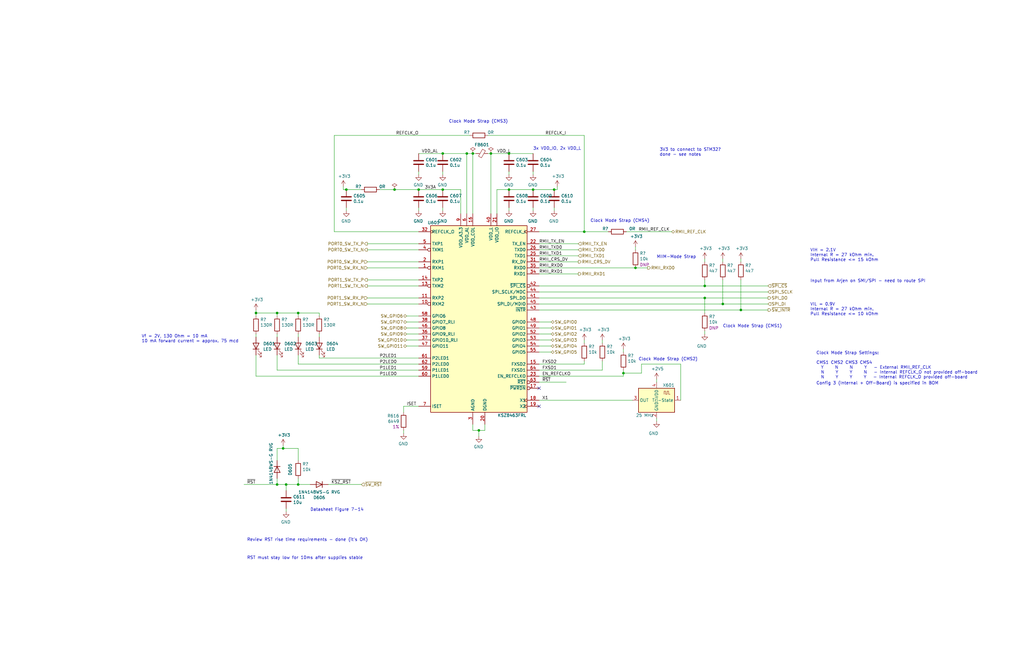
<source format=kicad_sch>
(kicad_sch (version 20230121) (generator eeschema)
  (paper "USLedger")
  (title_block (title "Gimlet Management Network Bringup") (date "2021-02-18") (rev "1") (company "Oxide Computer") (comment 1 "Oxide P/N: 230-0000003"))
  (lib_symbols
    (symbol "Oxide_Interface_Ethernet:KSZ8463FRL"
      (property "Reference" "U" (at -19.05 36.83 0))
      (property "Value" "KSZ8463FRL" (at 31.75 36.83 0))
      (symbol "KSZ8463FRL_0_0"
        (pin bidirectional inverted (at 25.4 17.78 180) (length 5.08) (name "RXM1") (number "1"))
        (pin bidirectional inverted (at 25.4 2.54 180) (length 5.08) (name "RXM2") (number "10"))
        (pin bidirectional line (at 25.4 5.08 180) (length 5.08) (name "RXP2") (number "11"))
        (pin passive line (at 2.54 -48.26 90) (length 5.08) hide (name "AGND") (number "12"))
        (pin bidirectional inverted (at 25.4 10.16 180) (length 5.08) (name "TXM2") (number "13"))
        (pin bidirectional line (at 25.4 12.7 180) (length 5.08) (name "TXP2") (number "14"))
        (pin input line (at -25.4 -22.86 0) (length 5.08) (name "FXSD2") (number "15"))
        (pin power_in line (at 2.54 40.64 270) (length 5.08) (name "VDD_COL") (number "16"))
        (pin input inverted (at -25.4 -33.02 0) (length 5.08) (name "~{PWRDN}") (number "17"))
        (pin input clock (at -25.4 -38.1 0) (length 5.08) (name "X1") (number "18"))
        (pin output clock (at -25.4 -40.64 0) (length 5.08) (name "X2") (number "19"))
        (pin bidirectional line (at 25.4 20.32 180) (length 5.08) (name "RXP1") (number "2"))
        (pin power_in line (at -2.54 -48.26 90) (length 5.08) (name "DGND") (number "20"))
        (pin power_in line (at -7.62 40.64 270) (length 5.08) (name "VDD_IO") (number "21"))
        (pin input line (at -25.4 27.94 0) (length 5.08) (name "TX_EN") (number "22"))
        (pin input line (at -25.4 -27.94 0) (length 5.08) (name "EN_REFCLKO") (number "23"))
        (pin no_connect line (at -5.08 -43.18 90) (length 5.08) hide (name "NC") (number "24"))
        (pin input line (at -25.4 22.86 0) (length 5.08) (name "TXD1") (number "25"))
        (pin input line (at -25.4 25.4 0) (length 5.08) (name "TXD0") (number "26"))
        (pin input clock (at -25.4 33.02 0) (length 5.08) (name "REFCLK_I") (number "27"))
        (pin no_connect line (at 5.08 -43.18 90) (length 5.08) hide (name "NC") (number "28"))
        (pin passive line (at -2.54 -48.26 90) (length 5.08) hide (name "DGND") (number "29"))
        (pin power_in line (at 2.54 -48.26 90) (length 5.08) (name "AGND") (number "3"))
        (pin passive line (at -7.62 40.64 270) (length 5.08) hide (name "VDD_IO") (number "30"))
        (pin output line (at -25.4 20.32 0) (length 5.08) (name "RX_DV") (number "31"))
        (pin output clock (at 25.4 33.02 180) (length 5.08) (name "REFCLK_O") (number "32"))
        (pin no_connect line (at 0 -43.18 90) (length 5.08) hide (name "NC") (number "33"))
        (pin output line (at -25.4 15.24 0) (length 5.08) (name "RXD1") (number "34"))
        (pin output line (at -25.4 17.78 0) (length 5.08) (name "RXD0") (number "35"))
        (pin bidirectional line (at 25.4 -10.16 180) (length 5.08) (name "GPIO9_RLI") (number "36"))
        (pin bidirectional line (at 25.4 -12.7 180) (length 5.08) (name "GPIO10_RLI") (number "37"))
        (pin bidirectional line (at 25.4 -5.08 180) (length 5.08) (name "GPIO7_RLI") (number "38"))
        (pin passive line (at -2.54 -48.26 90) (length 5.08) hide (name "DGND") (number "39"))
        (pin bidirectional inverted (at 25.4 25.4 180) (length 5.08) (name "TXM1") (number "4"))
        (pin power_in line (at -5.08 40.64 270) (length 5.08) (name "VDD_L") (number "40"))
        (pin output line (at -25.4 5.08 0) (length 5.08) (name "SPI_DO") (number "41"))
        (pin input inverted (at -25.4 10.16 0) (length 5.08) (name "~{SPI_CS}") (number "42"))
        (pin open_collector line (at -25.4 0 0) (length 5.08) (name "~{INTR}") (number "43"))
        (pin input line (at -25.4 7.62 0) (length 5.08) (name "SPI_SCLK/MDC") (number "44"))
        (pin open_collector line (at -25.4 2.54 0) (length 5.08) (name "SPI_DI/MDIO") (number "45"))
        (pin bidirectional line (at 25.4 -7.62 180) (length 5.08) (name "GPIO8") (number "46"))
        (pin bidirectional line (at 25.4 -15.24 180) (length 5.08) (name "GPIO11") (number "47"))
        (pin bidirectional line (at -25.4 -5.08 0) (length 5.08) (name "GPIO0") (number "48"))
        (pin bidirectional line (at -25.4 -7.62 0) (length 5.08) (name "GPIO1") (number "49"))
        (pin bidirectional line (at 25.4 27.94 180) (length 5.08) (name "TXP1") (number "5"))
        (pin passive line (at -2.54 -48.26 90) (length 5.08) hide (name "DGND") (number "50"))
        (pin passive line (at -5.08 40.64 270) (length 5.08) hide (name "VDD_L") (number "51"))
        (pin bidirectional line (at -25.4 -10.16 0) (length 5.08) (name "GPIO2") (number "52"))
        (pin bidirectional line (at -25.4 -12.7 0) (length 5.08) (name "GPIO3") (number "53"))
        (pin bidirectional line (at -25.4 -15.24 0) (length 5.08) (name "GPIO4") (number "54"))
        (pin bidirectional line (at -25.4 -17.78 0) (length 5.08) (name "GPIO5") (number "55"))
        (pin passive line (at -7.62 40.64 270) (length 5.08) hide (name "VDD_IO") (number "56"))
        (pin passive line (at -2.54 -48.26 90) (length 5.08) hide (name "DGND") (number "57"))
        (pin bidirectional line (at 25.4 -2.54 180) (length 5.08) (name "GPIO6") (number "58"))
        (pin output line (at 25.4 -25.4 180) (length 5.08) (name "P1LED1") (number "59"))
        (pin power_in line (at 5.08 40.64 270) (length 5.08) (name "VDD_AL") (number "6"))
        (pin output line (at 25.4 -27.94 180) (length 5.08) (name "P1LED0") (number "60"))
        (pin output line (at 25.4 -20.32 180) (length 5.08) (name "P2LED1") (number "61"))
        (pin output line (at 25.4 -22.86 180) (length 5.08) (name "P2LED0") (number "62"))
        (pin input inverted (at -25.4 -30.48 0) (length 5.08) (name "~{RST}") (number "63"))
        (pin input line (at -25.4 -25.4 0) (length 5.08) (name "FXSD1") (number "64"))
        (pin output line (at 25.4 -40.64 180) (length 5.08) (name "ISET") (number "7"))
        (pin passive line (at 2.54 -48.26 90) (length 5.08) hide (name "AGND") (number "8"))
        (pin power_in line (at 7.62 40.64 270) (length 5.08) (name "VDD_A3.3") (number "9"))
      )
      (symbol "KSZ8463FRL_0_1"
        (rectangle (start 20.32 -43.18) (end -20.32 35.56) (stroke (width 0.254)) (fill (type background)))
      )
    )
    (symbol "gimlet-mgmt-bringup-rescue:+2V5-power" (power) (pin_names (offset 0))
      (property "Value" "+2V5-power" (at 0 3.556 0))
      (symbol "+2V5-power_0_1"
        (polyline (pts (xy -0.762 1.27) (xy 0 2.54)))
        (polyline (pts (xy 0 0) (xy 0 2.54)))
        (polyline (pts (xy 0 2.54) (xy 0.762 1.27)))
      )
      (symbol "+2V5-power_1_1"
        (pin power_in line (at 0 0 90) (length 0) hide (name "+2V5") (number "1"))
      )
    )
    (symbol "gimlet-mgmt-bringup-rescue:+3.3V-power" (power) (pin_names (offset 0))
      (property "Value" "+3.3V-power" (at 0 3.556 0))
      (symbol "+3.3V-power_0_1"
        (polyline (pts (xy -0.762 1.27) (xy 0 2.54)))
        (polyline (pts (xy 0 0) (xy 0 2.54)))
        (polyline (pts (xy 0 2.54) (xy 0.762 1.27)))
      )
      (symbol "+3.3V-power_1_1"
        (pin power_in line (at 0 0 90) (length 0) hide (name "+3V3") (number "1"))
      )
    )
    (symbol "gimlet-mgmt-bringup-rescue:ASCO-Oscillator"
      (property "Reference" "X" (at -7.62 6.35 0))
      (property "Value" "Oscillator_ASCO" (at 1.27 -6.35 0))
      (symbol "ASCO-Oscillator_0_1"
        (rectangle (start -7.62 5.08) (end 7.62 -5.08) (stroke (width 0.254)) (fill (type background)))
        (polyline (pts (xy -5.715 2.54) (xy -5.08 2.54) (xy -5.08 3.81) (xy -4.445 3.81) (xy -4.445 2.54) (xy -3.81 2.54) (xy -3.81 3.81) (xy -3.175 3.81) (xy -3.175 2.54)))
      )
      (symbol "ASCO-Oscillator_1_1"
        (pin tri_state line (at -10.16 0 0) (length 2.54) (name "Tri-State") (number "1"))
        (pin power_in line (at 0 -7.62 90) (length 2.54) (name "GND") (number "2"))
        (pin output line (at 10.16 0 180) (length 2.54) (name "OUT") (number "3"))
        (pin power_in line (at 0 7.62 270) (length 2.54) (name "VDD") (number "4"))
      )
    )
    (symbol "gimlet-mgmt-bringup-rescue:C-Device" (pin_numbers hide) (pin_names (offset 0.254))
      (property "Reference" "C" (at 0.635 2.54 0))
      (property "Value" "Device_C" (at 0.635 -2.54 0))
      (symbol "C-Device_0_1"
        (polyline (pts (xy -2.032 -0.762) (xy 2.032 -0.762)) (stroke (width 0.508)))
        (polyline (pts (xy -2.032 0.762) (xy 2.032 0.762)) (stroke (width 0.508)))
      )
      (symbol "C-Device_1_1"
        (pin passive line (at 0 3.81 270) (length 2.794) (name "~") (number "1"))
        (pin passive line (at 0 -3.81 90) (length 2.794) (name "~") (number "2"))
      )
    )
    (symbol "gimlet-mgmt-bringup-rescue:Ferrite_Bead_Small-Device" (pin_numbers hide) (pin_names (offset 0))
      (property "Reference" "FB" (at 1.905 1.27 0))
      (property "Value" "Device_Ferrite_Bead_Small" (at 1.905 -1.27 0))
      (symbol "Ferrite_Bead_Small-Device_0_1"
        (polyline (pts (xy 0 -1.27) (xy 0 -0.7874)))
        (polyline (pts (xy 0 0.889) (xy 0 1.2954)))
        (polyline (pts (xy -1.8288 0.2794) (xy -1.1176 1.4986) (xy 1.8288 -0.2032) (xy 1.1176 -1.4224) (xy -1.8288 0.2794)))
      )
      (symbol "Ferrite_Bead_Small-Device_1_1"
        (pin passive line (at 0 2.54 270) (length 1.27) (name "~") (number "1"))
        (pin passive line (at 0 -2.54 90) (length 1.27) (name "~") (number "2"))
      )
    )
    (symbol "gimlet-mgmt-bringup-rescue:GND-power" (power) (pin_names (offset 0))
      (property "Value" "GND-power" (at 0 -3.81 0))
      (symbol "GND-power_0_1"
        (polyline (pts (xy 0 0) (xy 0 -1.27) (xy 1.27 -1.27) (xy 0 -2.54) (xy -1.27 -1.27) (xy 0 -1.27)))
      )
      (symbol "GND-power_1_1"
        (pin power_in line (at 0 0 270) (length 0) hide (name "GND") (number "1"))
      )
    )
    (symbol "gimlet-mgmt-bringup-rescue:LED-Device" (pin_numbers hide) (pin_names (offset 1.016) hide)
      (property "Reference" "D" (at 0 2.54 0))
      (property "Value" "Device_LED" (at 0 -2.54 0))
      (symbol "LED-Device_0_1"
        (polyline (pts (xy -1.27 -1.27) (xy -1.27 1.27)) (stroke (width 0.254)))
        (polyline (pts (xy -1.27 0) (xy 1.27 0)))
        (polyline (pts (xy 1.27 -1.27) (xy 1.27 1.27) (xy -1.27 0) (xy 1.27 -1.27)) (stroke (width 0.254)))
        (polyline (pts (xy -3.048 -0.762) (xy -4.572 -2.286) (xy -3.81 -2.286) (xy -4.572 -2.286) (xy -4.572 -1.524)))
        (polyline (pts (xy -1.778 -0.762) (xy -3.302 -2.286) (xy -2.54 -2.286) (xy -3.302 -2.286) (xy -3.302 -1.524)))
      )
      (symbol "LED-Device_1_1"
        (pin passive line (at -3.81 0 0) (length 2.54) (name "K") (number "1"))
        (pin passive line (at 3.81 0 180) (length 2.54) (name "A") (number "2"))
      )
    )
    (symbol "gimlet-mgmt-bringup-rescue:MMSD4148-Diode" (pin_numbers hide) (pin_names (offset 1.016) hide)
      (property "Reference" "D" (at 0 2.54 0))
      (property "Value" "Diode_MMSD4148" (at 0 -2.54 0))
      (symbol "MMSD4148-Diode_0_1"
        (polyline (pts (xy -1.27 1.27) (xy -1.27 -1.27)) (stroke (width 0.254)))
        (polyline (pts (xy 1.27 0) (xy -1.27 0)))
        (polyline (pts (xy 1.27 1.27) (xy 1.27 -1.27) (xy -1.27 0) (xy 1.27 1.27)) (stroke (width 0.254)))
      )
      (symbol "MMSD4148-Diode_1_1"
        (pin passive line (at -3.81 0 0) (length 2.54) (name "K") (number "1"))
        (pin passive line (at 3.81 0 180) (length 2.54) (name "A") (number "2"))
      )
    )
    (symbol "gimlet-mgmt-bringup-rescue:PWR_FLAG-power" (power) (pin_numbers hide) (pin_names (offset 0) hide)
      (property "Value" "PWR_FLAG-power" (at 0 3.81 0))
      (symbol "PWR_FLAG-power_0_0"
        (pin power_out line (at 0 0 90) (length 0) (name "pwr") (number "1"))
      )
      (symbol "PWR_FLAG-power_0_1"
        (polyline (pts (xy 0 0) (xy 0 1.27) (xy -1.016 1.905) (xy 0 2.54) (xy 1.016 1.905) (xy 0 1.27)))
      )
    )
    (symbol "gimlet-mgmt-bringup-rescue:R-Device" (pin_numbers hide) (pin_names (offset 0))
      (property "Reference" "R" (at 2.032 0 90))
      (property "Value" "Device_R" (at 0 0 90))
      (symbol "R-Device_0_1"
        (rectangle (start -1.016 -2.54) (end 1.016 2.54) (stroke (width 0.254)))
      )
      (symbol "R-Device_1_1"
        (pin passive line (at 0 3.81 270) (length 1.27) (name "~") (number "1"))
        (pin passive line (at 0 -3.81 90) (length 1.27) (name "~") (number "2"))
      )
    )
  )
  (junction (at 119.38 189.23))
  (junction (at 125.73 204.47))
  (junction (at 224.79 80.01))
  (junction (at 196.85 64.77))
  (junction (at 186.69 80.01))
  (junction (at 116.84 204.47))
  (junction (at 125.73 132.08))
  (junction (at 146.05 80.01))
  (junction (at 116.84 132.08))
  (junction (at 107.95 132.08))
  (junction (at 214.63 64.77))
  (junction (at 246.38 97.79))
  (junction (at 207.01 64.77))
  (junction (at 262.89 157.48))
  (junction (at 166.37 80.01))
  (junction (at 304.8 128.27))
  (junction (at 186.69 64.77))
  (junction (at 233.68 80.01))
  (junction (at 214.63 80.01))
  (junction (at 120.65 204.47))
  (junction (at 176.53 80.01))
  (junction (at 297.18 125.73))
  (junction (at 199.39 64.77))
  (junction (at 267.97 113.03))
  (junction (at 201.93 181.61))
  (junction (at 312.42 130.81))
  (junction (at 297.18 120.65))
  (no_connect (at 227.33 171.45))
  (no_connect (at 227.33 163.83))
  (wire (pts (xy 312.42 130.81) (xy 323.85 130.81)))
  (wire (pts (xy 120.65 204.47) (xy 125.73 204.47)))
  (wire (pts (xy 171.45 146.05) (xy 176.53 146.05)))
  (wire (pts (xy 227.33 143.51) (xy 232.41 143.51)))
  (wire (pts (xy 227.33 97.79) (xy 246.38 97.79)))
  (wire (pts (xy 262.89 157.48) (xy 262.89 158.75)))
  (wire (pts (xy 207.01 64.77) (xy 207.01 90.17)))
  (wire (pts (xy 125.73 201.93) (xy 125.73 204.47)))
  (wire (pts (xy 297.18 125.73) (xy 297.18 132.08)))
  (wire (pts (xy 227.33 161.29) (xy 238.76 161.29)))
  (wire (pts (xy 243.84 102.87) (xy 227.33 102.87)))
  (wire (pts (xy 270.51 157.48) (xy 262.89 157.48)))
  (wire (pts (xy 116.84 201.93) (xy 116.84 204.47)))
  (wire (pts (xy 214.63 80.01) (xy 224.79 80.01)))
  (wire (pts (xy 154.94 102.87) (xy 176.53 102.87)))
  (wire (pts (xy 201.93 181.61) (xy 204.47 181.61)))
  (wire (pts (xy 205.74 57.15) (xy 246.38 57.15)))
  (wire (pts (xy 125.73 133.35) (xy 125.73 132.08)))
  (wire (pts (xy 297.18 110.49) (xy 297.18 109.22)))
  (wire (pts (xy 140.97 97.79) (xy 176.53 97.79)))
  (wire (pts (xy 170.18 182.88) (xy 170.18 181.61)))
  (wire (pts (xy 176.53 80.01) (xy 186.69 80.01)))
  (wire (pts (xy 138.43 204.47) (xy 152.4 204.47)))
  (wire (pts (xy 146.05 88.9) (xy 146.05 87.63)))
  (wire (pts (xy 120.65 207.01) (xy 120.65 204.47)))
  (wire (pts (xy 140.97 57.15) (xy 198.12 57.15)))
  (wire (pts (xy 186.69 88.9) (xy 186.69 87.63)))
  (wire (pts (xy 166.37 80.01) (xy 176.53 80.01)))
  (wire (pts (xy 102.87 204.47) (xy 116.84 204.47)))
  (wire (pts (xy 267.97 113.03) (xy 273.05 113.03)))
  (wire (pts (xy 171.45 138.43) (xy 176.53 138.43)))
  (wire (pts (xy 297.18 140.97) (xy 297.18 139.7)))
  (wire (pts (xy 256.54 97.79) (xy 246.38 97.79)))
  (wire (pts (xy 186.69 64.77) (xy 196.85 64.77)))
  (wire (pts (xy 186.69 80.01) (xy 194.31 80.01)))
  (wire (pts (xy 194.31 80.01) (xy 194.31 90.17)))
  (wire (pts (xy 304.8 118.11) (xy 304.8 128.27)))
  (wire (pts (xy 154.94 105.41) (xy 176.53 105.41)))
  (wire (pts (xy 227.33 113.03) (xy 267.97 113.03)))
  (wire (pts (xy 264.16 97.79) (xy 283.21 97.79)))
  (wire (pts (xy 171.45 133.35) (xy 176.53 133.35)))
  (wire (pts (xy 116.84 194.31) (xy 116.84 189.23)))
  (wire (pts (xy 227.33 148.59) (xy 232.41 148.59)))
  (wire (pts (xy 201.93 181.61) (xy 199.39 181.61)))
  (wire (pts (xy 200.66 64.77) (xy 199.39 64.77)))
  (wire (pts (xy 304.8 110.49) (xy 304.8 109.22)))
  (wire (pts (xy 154.94 110.49) (xy 176.53 110.49)))
  (wire (pts (xy 227.33 123.19) (xy 323.85 123.19)))
  (wire (pts (xy 207.01 64.77) (xy 214.63 64.77)))
  (wire (pts (xy 227.33 153.67) (xy 246.38 153.67)))
  (wire (pts (xy 224.79 73.66) (xy 224.79 72.39)))
  (wire (pts (xy 125.73 142.24) (xy 125.73 140.97)))
  (wire (pts (xy 171.45 135.89) (xy 176.53 135.89)))
  (wire (pts (xy 227.33 120.65) (xy 297.18 120.65)))
  (wire (pts (xy 312.42 118.11) (xy 312.42 130.81)))
  (wire (pts (xy 287.02 153.67) (xy 287.02 168.91)))
  (wire (pts (xy 287.02 153.67) (xy 270.51 153.67)))
  (wire (pts (xy 243.84 105.41) (xy 227.33 105.41)))
  (wire (pts (xy 243.84 107.95) (xy 227.33 107.95)))
  (wire (pts (xy 125.73 132.08) (xy 134.62 132.08)))
  (wire (pts (xy 276.86 161.29) (xy 276.86 160.02)))
  (wire (pts (xy 176.53 153.67) (xy 125.73 153.67)))
  (wire (pts (xy 119.38 189.23) (xy 125.73 189.23)))
  (wire (pts (xy 297.18 125.73) (xy 323.85 125.73)))
  (wire (pts (xy 297.18 120.65) (xy 323.85 120.65)))
  (wire (pts (xy 176.53 158.75) (xy 107.95 158.75)))
  (wire (pts (xy 120.65 215.9) (xy 120.65 214.63)))
  (wire (pts (xy 227.33 135.89) (xy 232.41 135.89)))
  (wire (pts (xy 160.02 80.01) (xy 166.37 80.01)))
  (wire (pts (xy 254 156.21) (xy 227.33 156.21)))
  (wire (pts (xy 116.84 204.47) (xy 120.65 204.47)))
  (wire (pts (xy 134.62 132.08) (xy 134.62 133.35)))
  (wire (pts (xy 233.68 88.9) (xy 233.68 87.63)))
  (wire (pts (xy 254 144.78) (xy 254 143.51)))
  (wire (pts (xy 246.38 144.78) (xy 246.38 143.51)))
  (wire (pts (xy 262.89 148.59) (xy 262.89 147.32)))
  (wire (pts (xy 154.94 118.11) (xy 176.53 118.11)))
  (wire (pts (xy 227.33 140.97) (xy 232.41 140.97)))
  (wire (pts (xy 154.94 113.03) (xy 176.53 113.03)))
  (wire (pts (xy 246.38 153.67) (xy 246.38 152.4)))
  (wire (pts (xy 233.68 80.01) (xy 234.95 80.01)))
  (wire (pts (xy 214.63 88.9) (xy 214.63 87.63)))
  (wire (pts (xy 134.62 140.97) (xy 134.62 142.24)))
  (wire (pts (xy 171.45 143.51) (xy 176.53 143.51)))
  (wire (pts (xy 227.33 146.05) (xy 232.41 146.05)))
  (wire (pts (xy 154.94 120.65) (xy 176.53 120.65)))
  (wire (pts (xy 107.95 142.24) (xy 107.95 140.97)))
  (wire (pts (xy 224.79 88.9) (xy 224.79 87.63)))
  (wire (pts (xy 199.39 64.77) (xy 199.39 90.17)))
  (wire (pts (xy 243.84 115.57) (xy 227.33 115.57)))
  (wire (pts (xy 116.84 140.97) (xy 116.84 142.24)))
  (wire (pts (xy 267.97 105.41) (xy 267.97 104.14)))
  (wire (pts (xy 146.05 80.01) (xy 144.78 80.01)))
  (wire (pts (xy 146.05 80.01) (xy 152.4 80.01)))
  (wire (pts (xy 125.73 153.67) (xy 125.73 149.86)))
  (wire (pts (xy 116.84 189.23) (xy 119.38 189.23)))
  (wire (pts (xy 154.94 125.73) (xy 176.53 125.73)))
  (wire (pts (xy 227.33 130.81) (xy 312.42 130.81)))
  (wire (pts (xy 107.95 132.08) (xy 107.95 130.81)))
  (wire (pts (xy 154.94 128.27) (xy 176.53 128.27)))
  (wire (pts (xy 209.55 90.17) (xy 209.55 80.01)))
  (wire (pts (xy 224.79 80.01) (xy 233.68 80.01)))
  (wire (pts (xy 116.84 156.21) (xy 116.84 149.86)))
  (wire (pts (xy 176.53 156.21) (xy 116.84 156.21)))
  (wire (pts (xy 144.78 80.01) (xy 144.78 78.74)))
  (wire (pts (xy 107.95 133.35) (xy 107.95 132.08)))
  (wire (pts (xy 227.33 128.27) (xy 304.8 128.27)))
  (wire (pts (xy 176.53 88.9) (xy 176.53 87.63)))
  (wire (pts (xy 297.18 120.65) (xy 297.18 118.11)))
  (wire (pts (xy 107.95 132.08) (xy 116.84 132.08)))
  (wire (pts (xy 199.39 181.61) (xy 199.39 179.07)))
  (wire (pts (xy 246.38 57.15) (xy 246.38 97.79)))
  (wire (pts (xy 209.55 80.01) (xy 214.63 80.01)))
  (wire (pts (xy 262.89 156.21) (xy 262.89 157.48)))
  (wire (pts (xy 312.42 110.49) (xy 312.42 109.22)))
  (wire (pts (xy 243.84 110.49) (xy 227.33 110.49)))
  (wire (pts (xy 186.69 64.77) (xy 176.53 64.77)))
  (wire (pts (xy 205.74 64.77) (xy 207.01 64.77)))
  (wire (pts (xy 227.33 125.73) (xy 297.18 125.73)))
  (wire (pts (xy 116.84 132.08) (xy 125.73 132.08)))
  (wire (pts (xy 276.86 177.8) (xy 276.86 176.53)))
  (wire (pts (xy 134.62 151.13) (xy 176.53 151.13)))
  (wire (pts (xy 204.47 181.61) (xy 204.47 179.07)))
  (wire (pts (xy 176.53 73.66) (xy 176.53 72.39)))
  (wire (pts (xy 270.51 153.67) (xy 270.51 157.48)))
  (wire (pts (xy 304.8 128.27) (xy 323.85 128.27)))
  (wire (pts (xy 234.95 80.01) (xy 234.95 78.74)))
  (wire (pts (xy 199.39 64.77) (xy 196.85 64.77)))
  (wire (pts (xy 254 152.4) (xy 254 156.21)))
  (wire (pts (xy 201.93 184.15) (xy 201.93 181.61)))
  (wire (pts (xy 227.33 168.91) (xy 266.7 168.91)))
  (wire (pts (xy 140.97 57.15) (xy 140.97 97.79)))
  (wire (pts (xy 170.18 171.45) (xy 176.53 171.45)))
  (wire (pts (xy 186.69 73.66) (xy 186.69 72.39)))
  (wire (pts (xy 119.38 189.23) (xy 119.38 187.96)))
  (wire (pts (xy 107.95 158.75) (xy 107.95 149.86)))
  (wire (pts (xy 170.18 171.45) (xy 170.18 173.99)))
  (wire (pts (xy 227.33 138.43) (xy 232.41 138.43)))
  (wire (pts (xy 214.63 73.66) (xy 214.63 72.39)))
  (wire (pts (xy 227.33 158.75) (xy 262.89 158.75)))
  (wire (pts (xy 171.45 140.97) (xy 176.53 140.97)))
  (wire (pts (xy 196.85 64.77) (xy 196.85 90.17)))
  (wire (pts (xy 116.84 133.35) (xy 116.84 132.08)))
  (wire (pts (xy 214.63 64.77) (xy 224.79 64.77)))
  (wire (pts (xy 134.62 149.86) (xy 134.62 151.13)))
  (wire (pts (xy 125.73 204.47) (xy 130.81 204.47)))
  (wire (pts (xy 125.73 189.23) (xy 125.73 194.31)))
  (text "Input from Arjen on SMI/SPI - need to route SPI" (at 341.63 119.38 0) (effects (font (size 1.27 1.27)) (justify left bottom)))
  (text "3V3 to connect to STM32?\ndone - see notes" (at 278.13 66.04 0) (effects (font (size 1.27 1.27)) (justify left bottom)))
  (text "Config 3 (Internal + Off-Board) is specified in BOM" (at 344.17 162.56 0) (effects (font (size 1.27 1.27)) (justify left bottom)))
  (text "VIH = 2.1V\nInternal R = 27 kOhm min.\nPull Resistance <= 15 kOhm" (at 341.63 110.49 0) (effects (font (size 1.27 1.27)) (justify left bottom)))
  (text "VIL = 0.9V\nInternal R = 27 kOhm min.\nPull Resistance <= 10 kOhm" (at 341.63 133.35 0) (effects (font (size 1.27 1.27)) (justify left bottom)))
  (text "Vf = 2V, 130 Ohm = 10 mA\n10 mA forward current = approx. 75 mcd" (at 59.69 144.78 0) (effects (font (size 1.27 1.27)) (justify left bottom)))
  (text "MIIM-Mode Strap" (at 276.86 109.22 0) (effects (font (size 1.27 1.27)) (justify left bottom)))
  (text "Review RST rise time requirements - done (it's OK)" (at 104.14 228.6 0) (effects (font (size 1.27 1.27)) (justify left bottom)))
  (text "Clock Mode Strap (CMS4)" (at 248.92 93.98 0) (effects (font (size 1.27 1.27)) (justify left bottom)))
  (text "Clock Mode Strap (CMS3)" (at 189.23 52.07 0) (effects (font (size 1.27 1.27)) (justify left bottom)))
  (text "3x VDD_IO, 2x VDD_L" (at 224.79 63.5 0) (effects (font (size 1.27 1.27)) (justify left bottom)))
  (text "Datasheet Figure 7-14" (at 130.81 215.9 0) (effects (font (size 1.27 1.27)) (justify left bottom)))
  (text "RST must stay low for 10ms after supplies stable" (at 104.14 236.22 0) (effects (font (size 1.27 1.27)) (justify left bottom)))
  (text "Clock Mode Strap (CMS2)" (at 269.24 152.4 0) (effects (font (size 1.27 1.27)) (justify left bottom)))
  (text "Clock Mode Strap Settings:\n\nCMS1 CMS2 CMS3 CMS4\n  Y     N     N     Y   - External RMII_REF_CLK\n  N     Y     Y     N   - Internal REFCLK_O not provided off-board\n  N     Y     Y     Y   - Internal REFCLK_O provided off-board" (at 344.17 160.02 0) (effects (font (size 1.27 1.27)) (justify left bottom)))
  (text "Clock Mode Strap (CMS1)" (at 304.8 138.43 0) (effects (font (size 1.27 1.27)) (justify left bottom)))
  (label "RMII_REF_CLK" (at 269.24 97.79 0))
  (label "REFCLK_I" (at 238.76 57.15 180))
  (label "REFCLK_O" (at 176.53 57.15 180))
  (label "RMII_TXD0" (at 227.33 105.41 0))
  (label "FXSD1" (at 228.6 156.21 0))
  (label "P2LED0" (at 160.02 153.67 0))
  (label "~{RST}" (at 228.6 161.29 0))
  (label "RMII_TXD1" (at 227.33 107.95 0))
  (label "RMII_TX_EN" (at 227.33 102.87 0))
  (label "3V3A" (at 179.07 80.01 0))
  (label "P1LED0" (at 160.02 158.75 0))
  (label "X1" (at 228.6 168.91 0))
  (label "ISET" (at 171.45 171.45 0))
  (label "P1LED1" (at 160.02 156.21 0))
  (label "RMII_CRS_DV" (at 227.33 110.49 0))
  (label "RMII_RXD1" (at 227.33 115.57 0))
  (label "EN_REFCLKO" (at 228.6 158.75 0))
  (label "FXSD2" (at 228.6 153.67 0))
  (label "P2LED1" (at 160.02 151.13 0))
  (label "~{KSZ_RST}" (at 139.7 204.47 0))
  (label "RMII_RXD0" (at 227.33 113.03 0))
  (label "VDD_AL" (at 177.8 64.77 0))
  (label "~{RST}" (at 104.14 204.47 0))
  (label "VDD_L" (at 209.55 64.77 0))
  (hierarchical_label "~{SPI_CS}" (shape input) (at 323.85 120.65 0))
  (hierarchical_label "SW_GPIO8" (shape bidirectional) (at 171.45 138.43 180))
  (hierarchical_label "PORT1_SW_RX_N" (shape input) (at 154.94 128.27 180))
  (hierarchical_label "~{SW_INTR}" (shape output) (at 323.85 130.81 0))
  (hierarchical_label "SW_GPIO4" (shape bidirectional) (at 232.41 146.05 0))
  (hierarchical_label "SW_GPIO11" (shape bidirectional) (at 171.45 146.05 180))
  (hierarchical_label "SW_GPIO0" (shape bidirectional) (at 232.41 135.89 0))
  (hierarchical_label "SPI_DI" (shape input) (at 323.85 128.27 0))
  (hierarchical_label "~{SW_RST}" (shape input) (at 152.4 204.47 0))
  (hierarchical_label "RMII_TX_EN" (shape input) (at 243.84 102.87 0))
  (hierarchical_label "RMII_TXD0" (shape input) (at 243.84 105.41 0))
  (hierarchical_label "SW_GPIO6" (shape bidirectional) (at 171.45 133.35 180))
  (hierarchical_label "SW_GPIO1" (shape bidirectional) (at 232.41 138.43 0))
  (hierarchical_label "SW_GPIO7" (shape bidirectional) (at 171.45 135.89 180))
  (hierarchical_label "RMII_CRS_DV" (shape output) (at 243.84 110.49 0))
  (hierarchical_label "SW_GPIO2" (shape bidirectional) (at 232.41 140.97 0))
  (hierarchical_label "SPI_SCLK" (shape input) (at 323.85 123.19 0))
  (hierarchical_label "SPI_DO" (shape output) (at 323.85 125.73 0))
  (hierarchical_label "RMII_RXD1" (shape output) (at 243.84 115.57 0))
  (hierarchical_label "PORT1_SW_TX_P" (shape output) (at 154.94 118.11 180))
  (hierarchical_label "PORT0_SW_RX_P" (shape input) (at 154.94 110.49 180))
  (hierarchical_label "SW_GPIO3" (shape bidirectional) (at 232.41 143.51 0))
  (hierarchical_label "SW_GPIO9" (shape bidirectional) (at 171.45 140.97 180))
  (hierarchical_label "PORT1_SW_TX_N" (shape output) (at 154.94 120.65 180))
  (hierarchical_label "RMII_TXD1" (shape input) (at 243.84 107.95 0))
  (hierarchical_label "RMII_RXD0" (shape output) (at 273.05 113.03 0))
  (hierarchical_label "SW_GPIO10" (shape bidirectional) (at 171.45 143.51 180))
  (hierarchical_label "PORT1_SW_RX_P" (shape input) (at 154.94 125.73 180))
  (hierarchical_label "PORT0_SW_RX_N" (shape input) (at 154.94 113.03 180))
  (hierarchical_label "PORT0_SW_TX_P" (shape output) (at 154.94 102.87 180))
  (hierarchical_label "PORT0_SW_TX_N" (shape output) (at 154.94 105.41 180))
  (hierarchical_label "SW_GPIO5" (shape bidirectional) (at 232.41 148.59 0))
  (hierarchical_label "RMII_REF_CLK" (shape bidirectional) (at 283.21 97.79 0))
  (symbol (lib_id "Oxide_Interface_Ethernet:KSZ8463FRL") (at 201.93 130.81 0) (mirror y) (unit 1)
    (property "Reference" "U601" (at 182.88 93.98 0))
    (property "Value" "KSZ8463FRL" (at 215.9 175.26 0))
    (property "Footprint" "Package_QFP:LQFP-64_10x10mm_P0.5mm" (effects hide))
    (property "Datasheet" "http://ww1.microchip.com/downloads/en/DeviceDoc/IEEE1588-Precision-Time-Protocol-Enabled-Three-Port-10-100-Managed-Switch-with-MII-or-RMII-DS00002642A.pdf" (effects hide))
    (property "MPN" "KSZ8463FRLI" (effects hide))
    (property "CPN" "221-0000032" (effects hide))
    (property "Mfg" "Microchip" (effects hide))
  )
  (symbol (lib_id "gimlet-mgmt-bringup-rescue:R-Device") (at 262.89 152.4 0) (unit 1)
    (property "Reference" "R?" (at 264.668 150.0886 0) (effects (justify left)))
    (property "Value" "10k" (at 264.668 152.4 0) (effects (justify left)))
    (property "Footprint" "Resistor_SMD:R_0603_1608Metric" (effects hide))
    (property "MPN" "CR0603-JW-103ELF" (effects hide))
    (property "CPN" "232-0000024" (effects hide))
    (property "Mfg" "Bourns" (effects hide))
    (instances (project "gimlet-mgmt-bringup" (path "" (reference "R?") (unit 1)) (path "" (reference "R615") (unit 1)) (path "" (reference "R?") (unit 1)) (path "" (reference "R?") (unit 1))))
  )
  (symbol (lib_id "gimlet-mgmt-bringup-rescue:R-Device") (at 201.93 57.15 90) (unit 1)
    (property "Reference" "R?" (at 198.12 55.88 90) (effects (justify left)))
    (property "Value" "0R" (at 208.28 55.88 90) (effects (justify left)))
    (property "Footprint" "Resistor_SMD:R_0603_1608Metric" (effects hide))
    (property "MPN" "CR0603-J/-000ELF" (effects hide))
    (property "CPN" "232-0000025" (effects hide))
    (property "Mfg" "Bourns" (effects hide))
    (instances (project "gimlet-mgmt-bringup" (path "" (reference "R?") (unit 1)) (path "" (reference "R601") (unit 1)) (path "" (reference "R?") (unit 1)) (path "" (reference "R?") (unit 1))))
  )
  (symbol (lib_id "gimlet-mgmt-bringup-rescue:ASCO-Oscillator") (at 276.86 168.91 0) (mirror y) (unit 1)
    (property "Reference" "X601" (at 284.48 162.56 0) (effects (justify left)))
    (property "Value" "25 MHz" (at 275.59 175.26 0) (effects (justify left)))
    (property "Footprint" "Oscillator:Oscillator_SMD_Abracon_ASE-4Pin_3.2x2.5mm" (effects hide))
    (property "Datasheet" "https://abracon.com/Oscillators/ASCO.pdf" (effects hide))
    (property "MPN" "ECS-3225MV-250-BN-TR" (effects hide))
    (property "CPN" "227-0000002" (effects hide))
    (property "Mfg" "ECS International" (effects hide))
    (instances (project "gimlet-mgmt-bringup" (path "" (reference "X601") (unit 1)) (path "" (reference "X?") (unit 1))))
  )
  (symbol (lib_id "gimlet-mgmt-bringup-rescue:GND-power") (at 276.86 177.8 0) (mirror y) (unit 1)
    (property "Reference" "#PWR0623" (effects hide))
    (property "Value" "GND" (at 275.59 182.88 0))
    (instances (project "gimlet-mgmt-bringup" (path "" (reference "#PWR0623") (unit 1)) (path "" (reference "#PWR?") (unit 1))))
  )
  (symbol (lib_id "gimlet-mgmt-bringup-rescue:R-Device") (at 260.35 97.79 90) (unit 1)
    (property "Reference" "R?" (at 256.54 96.52 90) (effects (justify left)))
    (property "Value" "0R" (at 267.97 96.52 90) (effects (justify left)))
    (property "Footprint" "Resistor_SMD:R_0603_1608Metric" (effects hide))
    (property "MPN" "CR0603-J/-000ELF" (effects hide))
    (property "CPN" "232-0000025" (effects hide))
    (property "Mfg" "Bourns" (effects hide))
    (instances (project "gimlet-mgmt-bringup" (path "" (reference "R?") (unit 1)) (path "" (reference "R603") (unit 1)) (path "" (reference "R?") (unit 1)) (path "" (reference "R?") (unit 1))))
  )
  (symbol (lib_id "gimlet-mgmt-bringup-rescue:R-Device") (at 297.18 135.89 0) (unit 1)
    (property "Reference" "R?" (at 298.958 133.5786 0) (effects (justify left)))
    (property "Value" "10k" (at 298.958 135.89 0) (effects (justify left)))
    (property "Footprint" "Resistor_SMD:R_0603_1608Metric" (effects hide))
    (property "MPN" "CR0603-JW-103ELF" (effects hide))
    (property "Config" "DNP" (at 300.99 138.43 0))
    (property "CPN" "232-0000024" (effects hide))
    (property "Mfg" "Bourns" (effects hide))
    (instances (project "gimlet-mgmt-bringup" (path "" (reference "R?") (unit 1)) (path "" (reference "R608") (unit 1)) (path "" (reference "R?") (unit 1)) (path "" (reference "R?") (unit 1))))
  )
  (symbol (lib_id "gimlet-mgmt-bringup-rescue:GND-power") (at 297.18 140.97 0) (mirror y) (unit 1)
    (property "Reference" "#PWR0618" (effects hide))
    (property "Value" "GND" (at 295.91 146.05 0))
    (instances (project "gimlet-mgmt-bringup" (path "" (reference "#PWR0618") (unit 1)) (path "" (reference "#PWR?") (unit 1))))
  )
  (symbol (lib_id "gimlet-mgmt-bringup-rescue:MMSD4148-Diode") (at 134.62 204.47 180) (unit 1)
    (property "Reference" "D606" (at 134.62 209.9818 0))
    (property "Value" "1N4148WS-G RVG" (at 134.62 207.6704 0))
    (property "Footprint" "Diode_SMD:D_SOD-323" (effects hide))
    (property "Datasheet" "https://www.onsemi.com/pub/Collateral/MMSD4148T1-D.PDF" (effects hide))
    (property "MPN" "1N4148WS-G RVG" (effects hide))
    (property "CPN" "217-0000002" (effects hide))
    (property "Mfg" "Taiwan Semiconductor" (effects hide))
  )
  (symbol (lib_id "gimlet-mgmt-bringup-rescue:MMSD4148-Diode") (at 116.84 198.12 270) (unit 1)
    (property "Reference" "D605" (at 122.3518 198.12 0))
    (property "Value" "1N4148WS-G RVG" (at 114.3 195.58 0))
    (property "Footprint" "Diode_SMD:D_SOD-323" (effects hide))
    (property "Datasheet" "https://www.onsemi.com/pub/Collateral/MMSD4148T1-D.PDF" (effects hide))
    (property "MPN" "1N4148WS-G RVG" (effects hide))
    (property "CPN" "217-0000002" (effects hide))
    (property "Mfg" "Taiwan Semiconductor" (effects hide))
  )
  (symbol (lib_id "gimlet-mgmt-bringup-rescue:R-Device") (at 125.73 198.12 0) (unit 1)
    (property "Reference" "R?" (at 127.508 195.8086 0) (effects (justify left)))
    (property "Value" "10k" (at 127.508 198.12 0) (effects (justify left)))
    (property "Footprint" "Resistor_SMD:R_0603_1608Metric" (effects hide))
    (property "MPN" "CR0603-JW-103ELF" (effects hide))
    (property "CPN" "232-0000024" (effects hide))
    (property "Mfg" "Bourns" (effects hide))
    (instances (project "gimlet-mgmt-bringup" (path "" (reference "R?") (unit 1)) (path "" (reference "R617") (unit 1)) (path "" (reference "R?") (unit 1)) (path "" (reference "R?") (unit 1))))
  )
  (symbol (lib_id "gimlet-mgmt-bringup-rescue:C-Device") (at 120.65 210.82 0) (unit 1)
    (property "Reference" "C611" (at 123.571 209.6516 0) (effects (justify left)))
    (property "Value" "10u" (at 123.571 211.963 0) (effects (justify left)))
    (property "Footprint" "Capacitor_SMD:C_0805_2012Metric" (effects hide))
    (property "MPN" "C0805C106K3PACTU" (effects hide))
    (property "CPN" "212-0000155" (effects hide))
    (property "Mfg" "Kemet" (effects hide))
  )
  (symbol (lib_id "gimlet-mgmt-bringup-rescue:GND-power") (at 120.65 215.9 0) (mirror y) (unit 1)
    (property "Reference" "#PWR0627" (effects hide))
    (property "Value" "GND" (at 120.523 220.2942 0))
  )
  (symbol (lib_id "gimlet-mgmt-bringup-rescue:R-Device") (at 246.38 148.59 0) (unit 1)
    (property "Reference" "R?" (at 248.158 146.2786 0) (effects (justify left)))
    (property "Value" "10k" (at 248.158 148.59 0) (effects (justify left)))
    (property "Footprint" "Resistor_SMD:R_0603_1608Metric" (effects hide))
    (property "MPN" "CR0603-JW-103ELF" (effects hide))
    (property "CPN" "232-0000024" (effects hide))
    (property "Mfg" "Bourns" (effects hide))
    (instances (project "gimlet-mgmt-bringup" (path "" (reference "R?") (unit 1)) (path "" (reference "R613") (unit 1)) (path "" (reference "R?") (unit 1)) (path "" (reference "R?") (unit 1))))
  )
  (symbol (lib_id "gimlet-mgmt-bringup-rescue:R-Device") (at 254 148.59 0) (unit 1)
    (property "Reference" "R?" (at 255.778 146.2786 0) (effects (justify left)))
    (property "Value" "10k" (at 255.778 148.59 0) (effects (justify left)))
    (property "Footprint" "Resistor_SMD:R_0603_1608Metric" (effects hide))
    (property "MPN" "CR0603-JW-103ELF" (effects hide))
    (property "CPN" "232-0000024" (effects hide))
    (property "Mfg" "Bourns" (effects hide))
    (instances (project "gimlet-mgmt-bringup" (path "" (reference "R?") (unit 1)) (path "" (reference "R614") (unit 1)) (path "" (reference "R?") (unit 1)) (path "" (reference "R?") (unit 1))))
  )
  (symbol (lib_id "gimlet-mgmt-bringup-rescue:GND-power") (at 201.93 184.15 0) (mirror y) (unit 1)
    (property "Reference" "#PWR0625" (effects hide))
    (property "Value" "GND" (at 201.803 188.5442 0))
  )
  (symbol (lib_id "gimlet-mgmt-bringup-rescue:R-Device") (at 170.18 177.8 0) (mirror y) (unit 1)
    (property "Reference" "R616" (at 168.402 175.4886 0) (effects (justify left)))
    (property "Value" "6k49" (at 168.402 177.8 0) (effects (justify left)))
    (property "Footprint" "Resistor_SMD:R_0603_1608Metric" (effects hide))
    (property "Tolerance" "1%" (at 168.402 180.1114 0) (effects (justify left)))
    (property "MPN" "CR0603-FX-6491ELF" (effects hide))
    (property "CPN" "232-0000100" (effects hide))
    (property "Mfg" "Bourns" (effects hide))
    (instances (project "gimlet-mgmt-bringup" (path "" (reference "R616") (unit 1)) (path "" (reference "R?") (unit 1))))
  )
  (symbol (lib_id "gimlet-mgmt-bringup-rescue:GND-power") (at 170.18 182.88 0) (mirror y) (unit 1)
    (property "Reference" "#PWR0624" (effects hide))
    (property "Value" "GND" (at 170.053 187.2742 0))
  )
  (symbol (lib_id "gimlet-mgmt-bringup-rescue:C-Device") (at 214.63 83.82 0) (unit 1)
    (property "Reference" "C608" (at 217.551 82.6516 0) (effects (justify left)))
    (property "Value" "0.1u" (at 217.551 84.963 0) (effects (justify left)))
    (property "Footprint" "Capacitor_SMD:C_0603_1608Metric" (effects hide))
    (property "MPN" "C0603C104K4PACTU " (effects hide))
    (property "CPN" "212-0000047" (effects hide))
    (property "Mfg" "Kemet" (effects hide))
  )
  (symbol (lib_id "gimlet-mgmt-bringup-rescue:GND-power") (at 233.68 88.9 0) (mirror y) (unit 1)
    (property "Reference" "#PWR0612" (effects hide))
    (property "Value" "GND" (at 233.553 93.2942 0))
  )
  (symbol (lib_id "gimlet-mgmt-bringup-rescue:GND-power") (at 224.79 88.9 0) (mirror y) (unit 1)
    (property "Reference" "#PWR0611" (effects hide))
    (property "Value" "GND" (at 224.663 93.2942 0))
  )
  (symbol (lib_id "gimlet-mgmt-bringup-rescue:GND-power") (at 214.63 88.9 0) (mirror y) (unit 1)
    (property "Reference" "#PWR0610" (effects hide))
    (property "Value" "GND" (at 214.503 93.2942 0))
  )
  (symbol (lib_id "gimlet-mgmt-bringup-rescue:GND-power") (at 224.79 73.66 0) (mirror y) (unit 1)
    (property "Reference" "#PWR0604" (effects hide))
    (property "Value" "GND" (at 224.663 78.0542 0))
  )
  (symbol (lib_id "gimlet-mgmt-bringup-rescue:GND-power") (at 214.63 73.66 0) (mirror y) (unit 1)
    (property "Reference" "#PWR0603" (effects hide))
    (property "Value" "GND" (at 214.503 78.0542 0))
  )
  (symbol (lib_id "gimlet-mgmt-bringup-rescue:C-Device") (at 224.79 83.82 0) (unit 1)
    (property "Reference" "C609" (at 227.711 82.6516 0) (effects (justify left)))
    (property "Value" "0.1u" (at 227.711 84.963 0) (effects (justify left)))
    (property "Footprint" "Capacitor_SMD:C_0603_1608Metric" (effects hide))
    (property "MPN" "C0603C104K4PACTU " (effects hide))
    (property "CPN" "212-0000047" (effects hide))
    (property "Mfg" "Kemet" (effects hide))
  )
  (symbol (lib_id "gimlet-mgmt-bringup-rescue:C-Device") (at 233.68 83.82 0) (unit 1)
    (property "Reference" "C610" (at 236.601 82.6516 0) (effects (justify left)))
    (property "Value" "0.1u" (at 236.601 84.963 0) (effects (justify left)))
    (property "Footprint" "Capacitor_SMD:C_0603_1608Metric" (effects hide))
    (property "MPN" "C0603C104K4PACTU " (effects hide))
    (property "CPN" "212-0000047" (effects hide))
    (property "Mfg" "Kemet" (effects hide))
  )
  (symbol (lib_id "gimlet-mgmt-bringup-rescue:C-Device") (at 214.63 68.58 0) (unit 1)
    (property "Reference" "C603" (at 217.551 67.4116 0) (effects (justify left)))
    (property "Value" "0.1u" (at 217.551 69.723 0) (effects (justify left)))
    (property "Footprint" "Capacitor_SMD:C_0603_1608Metric" (effects hide))
    (property "MPN" "C0603C104K4PACTU " (effects hide))
    (property "CPN" "212-0000047" (effects hide))
    (property "Mfg" "Kemet" (effects hide))
  )
  (symbol (lib_id "gimlet-mgmt-bringup-rescue:C-Device") (at 224.79 68.58 0) (unit 1)
    (property "Reference" "C604" (at 227.711 67.4116 0) (effects (justify left)))
    (property "Value" "0.1u" (at 227.711 69.723 0) (effects (justify left)))
    (property "Footprint" "Capacitor_SMD:C_0603_1608Metric" (effects hide))
    (property "MPN" "C0603C104K4PACTU " (effects hide))
    (property "CPN" "212-0000047" (effects hide))
    (property "Mfg" "Kemet" (effects hide))
  )
  (symbol (lib_id "gimlet-mgmt-bringup-rescue:GND-power") (at 186.69 73.66 0) (mirror y) (unit 1)
    (property "Reference" "#PWR0602" (effects hide))
    (property "Value" "GND" (at 186.563 78.0542 0))
  )
  (symbol (lib_id "gimlet-mgmt-bringup-rescue:C-Device") (at 186.69 68.58 0) (unit 1)
    (property "Reference" "C602" (at 189.611 67.4116 0) (effects (justify left)))
    (property "Value" "0.1u" (at 189.611 69.723 0) (effects (justify left)))
    (property "Footprint" "Capacitor_SMD:C_0603_1608Metric" (effects hide))
    (property "MPN" "C0603C104K4PACTU " (effects hide))
    (property "CPN" "212-0000047" (effects hide))
    (property "Mfg" "Kemet" (effects hide))
  )
  (symbol (lib_id "gimlet-mgmt-bringup-rescue:GND-power") (at 176.53 73.66 0) (mirror y) (unit 1)
    (property "Reference" "#PWR0601" (effects hide))
    (property "Value" "GND" (at 176.403 78.0542 0))
  )
  (symbol (lib_id "gimlet-mgmt-bringup-rescue:C-Device") (at 176.53 68.58 0) (unit 1)
    (property "Reference" "C601" (at 179.451 67.4116 0) (effects (justify left)))
    (property "Value" "0.1u" (at 179.451 69.723 0) (effects (justify left)))
    (property "Footprint" "Capacitor_SMD:C_0603_1608Metric" (effects hide))
    (property "MPN" "C0603C104K4PACTU " (effects hide))
    (property "CPN" "212-0000047" (effects hide))
    (property "Mfg" "Kemet" (effects hide))
  )
  (symbol (lib_id "gimlet-mgmt-bringup-rescue:GND-power") (at 176.53 88.9 0) (mirror y) (unit 1)
    (property "Reference" "#PWR0608" (effects hide))
    (property "Value" "GND" (at 176.403 93.2942 0))
  )
  (symbol (lib_id "gimlet-mgmt-bringup-rescue:C-Device") (at 176.53 83.82 0) (unit 1)
    (property "Reference" "C606" (at 179.451 82.6516 0) (effects (justify left)))
    (property "Value" "0.1u" (at 179.451 84.963 0) (effects (justify left)))
    (property "Footprint" "Capacitor_SMD:C_0603_1608Metric" (effects hide))
    (property "MPN" "C0603C104K4PACTU " (effects hide))
    (property "CPN" "212-0000047" (effects hide))
    (property "Mfg" "Kemet" (effects hide))
  )
  (symbol (lib_id "gimlet-mgmt-bringup-rescue:GND-power") (at 146.05 88.9 0) (mirror y) (unit 1)
    (property "Reference" "#PWR0607" (effects hide))
    (property "Value" "GND" (at 145.923 93.2942 0))
  )
  (symbol (lib_id "gimlet-mgmt-bringup-rescue:C-Device") (at 146.05 83.82 0) (unit 1)
    (property "Reference" "C605" (at 148.971 82.6516 0) (effects (justify left)))
    (property "Value" "0.1u" (at 148.971 84.963 0) (effects (justify left)))
    (property "Footprint" "Capacitor_SMD:C_0603_1608Metric" (effects hide))
    (property "MPN" "C0603C104K4PACTU " (effects hide))
    (property "CPN" "212-0000047" (effects hide))
    (property "Mfg" "Kemet" (effects hide))
  )
  (symbol (lib_id "gimlet-mgmt-bringup-rescue:R-Device") (at 156.21 80.01 90) (unit 1)
    (property "Reference" "R?" (at 152.4 78.74 90) (effects (justify left)))
    (property "Value" "0R" (at 162.56 78.74 90) (effects (justify left)))
    (property "Footprint" "Resistor_SMD:R_0603_1608Metric" (effects hide))
    (property "MPN" "CR0603-J/-000ELF" (effects hide))
    (property "CPN" "232-0000025" (effects hide))
    (property "Mfg" "Bourns" (effects hide))
    (instances (project "gimlet-mgmt-bringup" (path "" (reference "R?") (unit 1)) (path "" (reference "R602") (unit 1)) (path "" (reference "R?") (unit 1)) (path "" (reference "R?") (unit 1))))
  )
  (symbol (lib_id "gimlet-mgmt-bringup-rescue:Ferrite_Bead_Small-Device") (at 203.2 64.77 270) (unit 1)
    (property "Reference" "FB601" (at 203.2 61.087 90))
    (property "Value" "\\" (effects hide))
    (property "Footprint" "Resistor_SMD:R_0603_1608Metric" (effects hide))
    (property "MPN" "CR0603-J/-000ELF" (effects hide))
    (property "CPN" "232-0000025" (effects hide))
    (property "Mfg" "Bourns" (effects hide))
    (instances (project "gimlet-mgmt-bringup" (path "" (reference "FB601") (unit 1)) (path "" (reference "FB?") (unit 1))))
  )
  (symbol (lib_id "gimlet-mgmt-bringup-rescue:+2V5-power") (at 276.86 160.02 0) (unit 1)
    (property "Reference" "#PWR?" (effects hide))
    (property "Value" "+2V5" (at 277.241 155.6258 0))
    (instances (project "gimlet-mgmt-bringup" (path "" (reference "#PWR?") (unit 1)) (path "" (reference "#PWR?") (unit 1)) (path "" (reference "#PWR0622") (unit 1))))
  )
  (symbol (lib_id "gimlet-mgmt-bringup-rescue:GND-power") (at 186.69 88.9 0) (mirror y) (unit 1)
    (property "Reference" "#PWR0609" (effects hide))
    (property "Value" "GND" (at 186.563 93.2942 0))
  )
  (symbol (lib_id "gimlet-mgmt-bringup-rescue:C-Device") (at 186.69 83.82 0) (unit 1)
    (property "Reference" "C607" (at 189.611 82.6516 0) (effects (justify left)))
    (property "Value" "0.1u" (at 189.611 84.963 0) (effects (justify left)))
    (property "Footprint" "Capacitor_SMD:C_0603_1608Metric" (effects hide))
    (property "MPN" "C0603C104K4PACTU " (effects hide))
    (property "CPN" "212-0000047" (effects hide))
    (property "Mfg" "Kemet" (effects hide))
  )
  (symbol (lib_id "gimlet-mgmt-bringup-rescue:R-Device") (at 267.97 109.22 0) (unit 1)
    (property "Reference" "R?" (at 269.748 106.9086 0) (effects (justify left)))
    (property "Value" "10k" (at 269.748 109.22 0) (effects (justify left)))
    (property "Footprint" "Resistor_SMD:R_0603_1608Metric" (effects hide))
    (property "MPN" "CR0603-JW-103ELF" (effects hide))
    (property "Config" "DNP" (at 271.78 111.76 0))
    (property "CPN" "232-0000024" (effects hide))
    (property "Mfg" "Bourns" (effects hide))
    (instances (project "gimlet-mgmt-bringup" (path "" (reference "R?") (unit 1)) (path "" (reference "R604") (unit 1)) (path "" (reference "R?") (unit 1)) (path "" (reference "R?") (unit 1))))
  )
  (symbol (lib_id "gimlet-mgmt-bringup-rescue:R-Device") (at 304.8 114.3 0) (unit 1)
    (property "Reference" "R?" (at 306.578 111.9886 0) (effects (justify left)))
    (property "Value" "4k7" (at 306.578 114.3 0) (effects (justify left)))
    (property "Footprint" "Resistor_SMD:R_0603_1608Metric" (effects hide))
    (property "MPN" "CR0603-JW-472ELF" (effects hide))
    (property "CPN" "232-0000027" (effects hide))
    (property "Mfg" "Bourns" (effects hide))
    (instances (project "gimlet-mgmt-bringup" (path "" (reference "R?") (unit 1)) (path "" (reference "R606") (unit 1)) (path "" (reference "R?") (unit 1)) (path "" (reference "R?") (unit 1))))
  )
  (symbol (lib_id "gimlet-mgmt-bringup-rescue:R-Device") (at 297.18 114.3 0) (unit 1)
    (property "Reference" "R?" (at 298.958 111.9886 0) (effects (justify left)))
    (property "Value" "4k7" (at 298.958 114.3 0) (effects (justify left)))
    (property "Footprint" "Resistor_SMD:R_0603_1608Metric" (effects hide))
    (property "MPN" "CR0603-JW-472ELF" (effects hide))
    (property "CPN" "232-0000027" (effects hide))
    (property "Mfg" "Bourns" (effects hide))
    (instances (project "gimlet-mgmt-bringup" (path "" (reference "R?") (unit 1)) (path "" (reference "R605") (unit 1)) (path "" (reference "R?") (unit 1)) (path "" (reference "R?") (unit 1))))
  )
  (symbol (lib_id "gimlet-mgmt-bringup-rescue:+3.3V-power") (at 297.18 109.22 0) (unit 1)
    (property "Reference" "#PWR0614" (effects hide))
    (property "Value" "+3.3V" (at 297.561 104.8258 0))
  )
  (symbol (lib_id "gimlet-mgmt-bringup-rescue:R-Device") (at 312.42 114.3 0) (unit 1)
    (property "Reference" "R?" (at 314.198 111.9886 0) (effects (justify left)))
    (property "Value" "4k7" (at 314.198 114.3 0) (effects (justify left)))
    (property "Footprint" "Resistor_SMD:R_0603_1608Metric" (effects hide))
    (property "MPN" "CR0603-JW-472ELF" (effects hide))
    (property "CPN" "232-0000027" (effects hide))
    (property "Mfg" "Bourns" (effects hide))
    (instances (project "gimlet-mgmt-bringup" (path "" (reference "R?") (unit 1)) (path "" (reference "R607") (unit 1)) (path "" (reference "R?") (unit 1)) (path "" (reference "R?") (unit 1))))
  )
  (symbol (lib_id "gimlet-mgmt-bringup-rescue:+3.3V-power") (at 304.8 109.22 0) (unit 1)
    (property "Reference" "#PWR0615" (effects hide))
    (property "Value" "+3.3V" (at 305.181 104.8258 0))
  )
  (symbol (lib_id "gimlet-mgmt-bringup-rescue:+3.3V-power") (at 312.42 109.22 0) (unit 1)
    (property "Reference" "#PWR0616" (effects hide))
    (property "Value" "+3.3V" (at 312.801 104.8258 0))
  )
  (symbol (lib_id "gimlet-mgmt-bringup-rescue:PWR_FLAG-power") (at 207.01 64.77 0) (unit 1)
    (property "Reference" "#FLG0602" (effects hide))
    (property "Value" "PWR_FLAG" (effects hide))
  )
  (symbol (lib_id "gimlet-mgmt-bringup-rescue:PWR_FLAG-power") (at 199.39 64.77 0) (unit 1)
    (property "Reference" "#FLG0601" (effects hide))
    (property "Value" "PWR_FLAG" (effects hide))
  )
  (symbol (lib_id "gimlet-mgmt-bringup-rescue:PWR_FLAG-power") (at 166.37 80.01 0) (unit 1)
    (property "Reference" "#FLG0603" (effects hide))
    (property "Value" "PWR_FLAG" (effects hide))
  )
  (symbol (lib_id "gimlet-mgmt-bringup-rescue:LED-Device") (at 107.95 146.05 90) (unit 1)
    (property "Reference" "D601" (at 110.9472 145.0594 90) (effects (justify right)))
    (property "Value" "LED" (at 110.9472 147.3708 90) (effects (justify right)))
    (property "Footprint" "LED_SMD:LED_0603_1608Metric" (effects hide))
    (property "MPN" "150060AS75000" (effects hide))
    (property "CPN" "224-0000006" (effects hide))
    (property "Mfg" "Wurth Elektronik" (effects hide))
    (instances (project "gimlet-mgmt-bringup" (path "" (reference "D601") (unit 1)) (path "" (reference "D?") (unit 1))))
  )
  (symbol (lib_id "gimlet-mgmt-bringup-rescue:LED-Device") (at 116.84 146.05 90) (unit 1)
    (property "Reference" "D602" (at 119.8372 145.0594 90) (effects (justify right)))
    (property "Value" "LED" (at 119.8372 147.3708 90) (effects (justify right)))
    (property "Footprint" "LED_SMD:LED_0603_1608Metric" (effects hide))
    (property "MPN" "150060AS75000" (effects hide))
    (property "CPN" "224-0000006" (effects hide))
    (property "Mfg" "Wurth Elektronik" (effects hide))
    (instances (project "gimlet-mgmt-bringup" (path "" (reference "D602") (unit 1)) (path "" (reference "D?") (unit 1))))
  )
  (symbol (lib_id "gimlet-mgmt-bringup-rescue:LED-Device") (at 125.73 146.05 90) (unit 1)
    (property "Reference" "D603" (at 128.7272 145.0594 90) (effects (justify right)))
    (property "Value" "LED" (at 128.7272 147.3708 90) (effects (justify right)))
    (property "Footprint" "LED_SMD:LED_0603_1608Metric" (effects hide))
    (property "MPN" "150060AS75000" (effects hide))
    (property "CPN" "224-0000006" (effects hide))
    (property "Mfg" "Wurth Elektronik" (effects hide))
    (instances (project "gimlet-mgmt-bringup" (path "" (reference "D603") (unit 1)) (path "" (reference "D?") (unit 1))))
  )
  (symbol (lib_id "gimlet-mgmt-bringup-rescue:LED-Device") (at 134.62 146.05 90) (unit 1)
    (property "Reference" "D604" (at 137.6172 145.0594 90) (effects (justify right)))
    (property "Value" "LED" (at 137.6172 147.3708 90) (effects (justify right)))
    (property "Footprint" "LED_SMD:LED_0603_1608Metric" (effects hide))
    (property "MPN" "150060AS75000" (effects hide))
    (property "CPN" "224-0000006" (effects hide))
    (property "Mfg" "Wurth Elektronik" (effects hide))
    (instances (project "gimlet-mgmt-bringup" (path "" (reference "D604") (unit 1)) (path "" (reference "D?") (unit 1))))
  )
  (symbol (lib_id "gimlet-mgmt-bringup-rescue:R-Device") (at 107.95 137.16 0) (unit 1)
    (property "Reference" "R?" (at 109.728 134.8486 0) (effects (justify left)))
    (property "Value" "130R" (at 109.728 137.16 0) (effects (justify left)))
    (property "Footprint" "Resistor_SMD:R_0603_1608Metric" (effects hide))
    (property "MPN" "CR0603-JW-131ELF" (effects hide))
    (property "CPN" "232-0000101" (effects hide))
    (property "Mfg" "Bourns" (effects hide))
    (instances (project "gimlet-mgmt-bringup" (path "" (reference "R?") (unit 1)) (path "" (reference "R609") (unit 1)) (path "" (reference "R?") (unit 1)) (path "" (reference "R?") (unit 1))))
  )
  (symbol (lib_id "gimlet-mgmt-bringup-rescue:R-Device") (at 116.84 137.16 0) (unit 1)
    (property "Reference" "R?" (at 118.618 134.8486 0) (effects (justify left)))
    (property "Value" "130R" (at 118.618 137.16 0) (effects (justify left)))
    (property "Footprint" "Resistor_SMD:R_0603_1608Metric" (effects hide))
    (property "MPN" "CR0603-JW-131ELF" (effects hide))
    (property "CPN" "232-0000101" (effects hide))
    (property "Mfg" "Bourns" (effects hide))
    (instances (project "gimlet-mgmt-bringup" (path "" (reference "R?") (unit 1)) (path "" (reference "R610") (unit 1)) (path "" (reference "R?") (unit 1)) (path "" (reference "R?") (unit 1))))
  )
  (symbol (lib_id "gimlet-mgmt-bringup-rescue:R-Device") (at 125.73 137.16 0) (unit 1)
    (property "Reference" "R?" (at 127.508 134.8486 0) (effects (justify left)))
    (property "Value" "130R" (at 127.508 137.16 0) (effects (justify left)))
    (property "Footprint" "Resistor_SMD:R_0603_1608Metric" (effects hide))
    (property "MPN" "CR0603-JW-131ELF" (effects hide))
    (property "CPN" "232-0000101" (effects hide))
    (property "Mfg" "Bourns" (effects hide))
    (instances (project "gimlet-mgmt-bringup" (path "" (reference "R?") (unit 1)) (path "" (reference "R611") (unit 1)) (path "" (reference "R?") (unit 1)) (path "" (reference "R?") (unit 1))))
  )
  (symbol (lib_id "gimlet-mgmt-bringup-rescue:R-Device") (at 134.62 137.16 0) (unit 1)
    (property "Reference" "R?" (at 136.398 134.8486 0) (effects (justify left)))
    (property "Value" "130R" (at 136.398 137.16 0) (effects (justify left)))
    (property "Footprint" "Resistor_SMD:R_0603_1608Metric" (effects hide))
    (property "MPN" "CR0603-JW-131ELF" (effects hide))
    (property "CPN" "232-0000101" (effects hide))
    (property "Mfg" "Bourns" (effects hide))
    (instances (project "gimlet-mgmt-bringup" (path "" (reference "R?") (unit 1)) (path "" (reference "R612") (unit 1)) (path "" (reference "R?") (unit 1)) (path "" (reference "R?") (unit 1))))
  )
  (symbol (lib_id "gimlet-mgmt-bringup-rescue:+3.3V-power") (at 144.78 78.74 0) (unit 1)
    (property "Reference" "#PWR0605" (effects hide))
    (property "Value" "+3.3V" (at 145.161 74.3458 0))
  )
  (symbol (lib_id "gimlet-mgmt-bringup-rescue:+3.3V-power") (at 234.95 78.74 0) (unit 1)
    (property "Reference" "#PWR0606" (effects hide))
    (property "Value" "+3.3V" (at 235.331 74.3458 0))
  )
  (symbol (lib_id "gimlet-mgmt-bringup-rescue:+3.3V-power") (at 267.97 104.14 0) (unit 1)
    (property "Reference" "#PWR0613" (effects hide))
    (property "Value" "+3.3V" (at 268.351 99.7458 0))
  )
  (symbol (lib_id "gimlet-mgmt-bringup-rescue:+3.3V-power") (at 246.38 143.51 0) (unit 1)
    (property "Reference" "#PWR0619" (effects hide))
    (property "Value" "+3.3V" (at 246.761 139.1158 0))
  )
  (symbol (lib_id "gimlet-mgmt-bringup-rescue:+3.3V-power") (at 254 143.51 0) (unit 1)
    (property "Reference" "#PWR0620" (effects hide))
    (property "Value" "+3.3V" (at 254.381 139.1158 0))
  )
  (symbol (lib_id "gimlet-mgmt-bringup-rescue:+3.3V-power") (at 262.89 147.32 0) (unit 1)
    (property "Reference" "#PWR0621" (effects hide))
    (property "Value" "+3.3V" (at 263.271 142.9258 0))
  )
  (symbol (lib_id "gimlet-mgmt-bringup-rescue:+3.3V-power") (at 107.95 130.81 0) (unit 1)
    (property "Reference" "#PWR0617" (effects hide))
    (property "Value" "+3.3V" (at 108.331 126.4158 0))
  )
  (symbol (lib_id "gimlet-mgmt-bringup-rescue:+3.3V-power") (at 119.38 187.96 0) (unit 1)
    (property "Reference" "#PWR0626" (effects hide))
    (property "Value" "+3.3V" (at 119.761 183.5658 0))
  )
)
</source>
